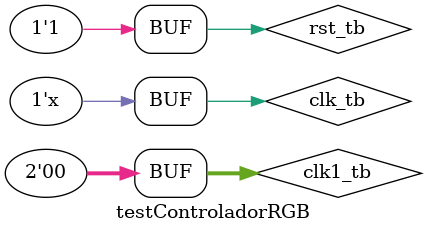
<source format=v>
`timescale 1ns / 1ps


module testControladorRGB();
    reg[1:0] clk1_tb;
    reg rst_tb;
    reg clk_tb;
    wire rgb0r_tb;
    wire rgb0g_tb;
    wire rgb0b_tb;
    wire rgb1r_tb;
    wire rgb1g_tb;
    wire rgb1b_tb;
    
    
    initial
    begin
        clk_tb = 0;
        clk1_tb = 2'b01;
        rst_tb = 1;
        
        #10
        rst_tb = 0;
        
        #500;
        
        clk1_tb = 2'b10;
        #500;
        
        clk1_tb = 2'b00;

        #500;
        rst_tb = 1;

       
    end
    
    always
    begin
        #10;
        clk_tb = ~ clk_tb;
    end
    ControladorRGB ControladorRGB(clk1_tb, rst_tb, clk_tb, rgb0r_tb, rgb0g_tb, rgb0b_tb, rgb1r_tb, rgb1g_tb, rgb1b_tb);

endmodule

</source>
